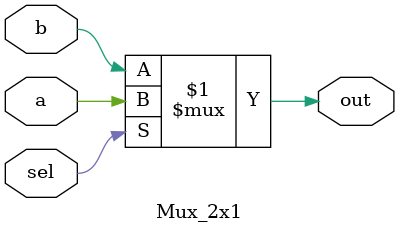
<source format=v>
module Mux_4x1(output o,input i3,i2,i1,i0,s1,s0);
wire o1,o2;
Mux_2x1 M1(o1,i3,i2,s0);
Mux_2x1 M2(o2,i1,i0,s0);
Mux_2x1 M3(o,o1,o2,s1);
endmodule

module Mux_2x1(output wire out,input a,b,sel);
assign out=sel?a:b;
endmodule
</source>
